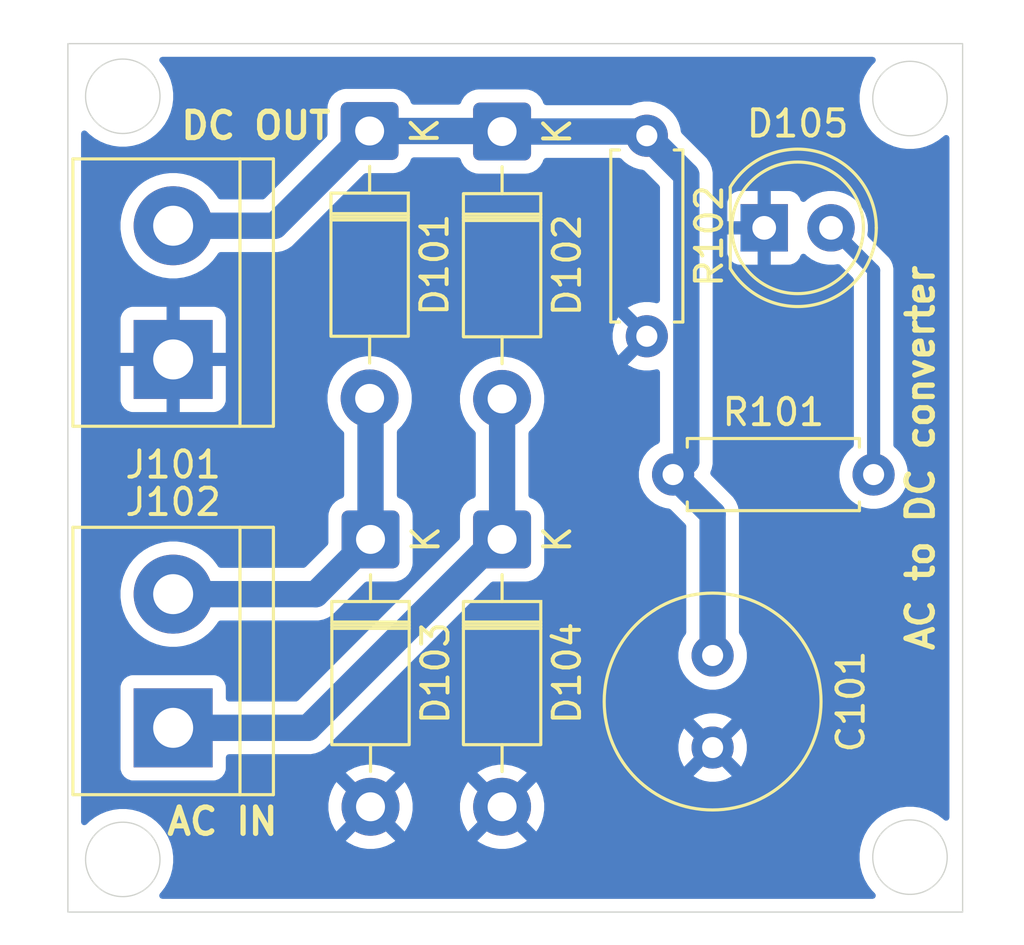
<source format=kicad_pcb>
(kicad_pcb (version 20241229) (generator "pcbnew") (generator_version "9.0")
  (layers (0 "F.Cu" signal) (2 "B.Cu" signal) (13 "F.Paste" user) (15 "B.Paste" user) (5 "F.SilkS" user "F.Silkscreen") (7 "B.SilkS" user "B.Silkscreen") (1 "F.Mask" user) (3 "B.Mask" user) (25 "Edge.Cuts" user))
  (net 0 "")
  (net 1 "GND")
  (net 2 "/+VE")
  (net 3 "Net-(D101-A)")
  (net 4 "Net-(D102-A)")
  (net 5 "Net-(D105-A)")
  (footprint "Capacitor_THT:C_Radial_D8.0mm_H11.5mm_P3.50mm" (layer "F.Cu") (at 149 103.75 -90)
    (property "Reference" "C101" (at 1.75 -5.25 90) (layer "F.SilkS"))
    (property "Value" "1000uF")
    (fp_circle (center 1.75 0) (end 5.87 0) (stroke (width 0.12)) (fill no) (layer "F.SilkS"))
    (pad "1" thru_hole circle (at 0 0 270) (size 1.6 1.6) (drill 0.8) (layers "*.Cu" "*.Mask") (net 2 "/+VE"))
    (pad "2" thru_hole circle (at 3.5 0 270) (size 1.6 1.6) (drill 0.8) (layers "*.Cu" "*.Mask") (net 1 "GND"))
  )
  (footprint "Diode_THT:D_DO-41_SOD81_P10.16mm_Horizontal" (layer "F.Cu") (at 136 99.34 -90)
    (property "Reference" "D103" (at 5.08 -2.47 90) (layer "F.SilkS"))
    (property "Value" "1N4007")
    (fp_line (start 1.34 0) (end 2.36 0) (stroke (width 0.12)) (layer "F.SilkS"))
    (fp_line (start 8.82 0) (end 7.8 0) (stroke (width 0.12)) (layer "F.SilkS"))
    (fp_line (start 3.14 -1.47) (end 3.14 1.47) (stroke (width 0.12)) (layer "F.SilkS"))
    (fp_line (start 3.26 -1.47) (end 3.26 1.47) (stroke (width 0.12)) (layer "F.SilkS"))
    (fp_line (start 3.38 -1.47) (end 3.38 1.47) (stroke (width 0.12)) (layer "F.SilkS"))
    (fp_rect (start 2.36 -1.47) (end 7.8 1.47) (stroke (width 0.12)) (fill no) (layer "F.SilkS"))
    (fp_text user "K" (at 0 -2.1 90) (layer "F.SilkS"))
    (pad "1" thru_hole roundrect (at 0 0 270) (size 2.2 2.2) (drill 1.1) (layers "*.Cu" "*.Mask") (roundrect_rratio 0.113636) (net 3 "Net-(D101-A)"))
    (pad "2" thru_hole circle (at 10.16 0 270) (size 2.2 2.2) (drill 1.1) (layers "*.Cu" "*.Mask") (net 1 "GND"))
  )
  (footprint "TerminalBlock:TerminalBlock_bornier-2_P5.08mm" (layer "F.Cu") (at 128.5 106.5 90)
    (property "Reference" "J102" (at 8.58 0 180) (layer "F.SilkS"))
    (property "Value" "Screw_Terminal_01x02")
    (fp_line (start 7.62 -3.81) (end -2.54 -3.81) (stroke (width 0.12)) (layer "F.SilkS"))
    (fp_line (start -2.54 -3.81) (end -2.54 3.81) (stroke (width 0.12)) (layer "F.SilkS"))
    (fp_line (start 7.62 2.54) (end -2.54 2.54) (stroke (width 0.12)) (layer "F.SilkS"))
    (fp_line (start 7.62 3.81) (end 7.62 -3.81) (stroke (width 0.12)) (layer "F.SilkS"))
    (fp_line (start -2.54 3.81) (end 7.62 3.81) (stroke (width 0.12)) (layer "F.SilkS"))
    (pad "1" thru_hole rect (at 0 0 90) (size 3 3) (drill 1.52) (layers "*.Cu" "*.Mask") (net 4 "Net-(D102-A)"))
    (pad "2" thru_hole circle (at 5.08 0 90) (size 3 3) (drill 1.52) (layers "*.Cu" "*.Mask") (net 3 "Net-(D101-A)"))
  )
  (footprint "TerminalBlock:TerminalBlock_bornier-2_P5.08mm" (layer "F.Cu") (at 128.5 92.5 90)
    (property "Reference" "J101" (at -4 0 180) (layer "F.SilkS"))
    (property "Value" "Screw_Terminal_01x02")
    (fp_line (start 7.62 -3.81) (end -2.54 -3.81) (stroke (width 0.12)) (layer "F.SilkS"))
    (fp_line (start -2.54 -3.81) (end -2.54 3.81) (stroke (width 0.12)) (layer "F.SilkS"))
    (fp_line (start 7.62 2.54) (end -2.54 2.54) (stroke (width 0.12)) (layer "F.SilkS"))
    (fp_line (start 7.62 3.81) (end 7.62 -3.81) (stroke (width 0.12)) (layer "F.SilkS"))
    (fp_line (start -2.54 3.81) (end 7.62 3.81) (stroke (width 0.12)) (layer "F.SilkS"))
    (pad "1" thru_hole rect (at 0 0 90) (size 3 3) (drill 1.52) (layers "*.Cu" "*.Mask") (net 1 "GND"))
    (pad "2" thru_hole circle (at 5.08 0 90) (size 3 3) (drill 1.52) (layers "*.Cu" "*.Mask") (net 2 "/+VE"))
  )
  (footprint "Diode_THT:D_DO-41_SOD81_P10.16mm_Horizontal" (layer "F.Cu") (at 135.9662 83.82 -90)
    (property "Reference" "D101" (at 5.08 -2.47 90) (layer "F.SilkS"))
    (property "Value" "1N4007")
    (fp_line (start 1.34 0) (end 2.36 0) (stroke (width 0.12)) (layer "F.SilkS"))
    (fp_line (start 8.82 0) (end 7.8 0) (stroke (width 0.12)) (layer "F.SilkS"))
    (fp_line (start 3.14 -1.47) (end 3.14 1.47) (stroke (width 0.12)) (layer "F.SilkS"))
    (fp_line (start 3.26 -1.47) (end 3.26 1.47) (stroke (width 0.12)) (layer "F.SilkS"))
    (fp_line (start 3.38 -1.47) (end 3.38 1.47) (stroke (width 0.12)) (layer "F.SilkS"))
    (fp_rect (start 2.36 -1.47) (end 7.8 1.47) (stroke (width 0.12)) (fill no) (layer "F.SilkS"))
    (fp_text user "K" (at 0 -2.1 90) (layer "F.SilkS"))
    (pad "1" thru_hole roundrect (at 0 0 270) (size 2.2 2.2) (drill 1.1) (layers "*.Cu" "*.Mask") (roundrect_rratio 0.113636) (net 2 "/+VE"))
    (pad "2" thru_hole circle (at 10.16 0 270) (size 2.2 2.2) (drill 1.1) (layers "*.Cu" "*.Mask") (net 3 "Net-(D101-A)"))
  )
  (footprint "LED_THT:LED_D5.0mm" (layer "F.Cu") (at 150.96 87.5)
    (property "Reference" "D105" (at 1.27 -3.96 0) (layer "F.SilkS"))
    (property "Value" "LED")
    (fp_line (start -1.29 -1.545) (end -1.29 1.545) (stroke (width 0.12)) (layer "F.SilkS"))
    (fp_arc (start -1.29 -1.54483) (mid 2.071779 -2.880495) (end 4.26 0) (stroke (width 0.12)) (layer "F.SilkS"))
    (fp_arc (start 4.26 0) (mid 2.071779 2.880495) (end -1.29 1.54483) (stroke (width 0.12)) (layer "F.SilkS"))
    (fp_circle (center 1.27 0) (end 3.77 0) (stroke (width 0.12)) (fill no) (layer "F.SilkS"))
    (pad "1" thru_hole rect (at 0 0) (size 1.8 1.8) (drill 0.9) (layers "*.Cu" "*.Mask") (net 1 "GND"))
    (pad "2" thru_hole circle (at 2.54 0) (size 1.8 1.8) (drill 0.9) (layers "*.Cu" "*.Mask") (net 5 "Net-(D105-A)"))
  )
  (footprint "Diode_THT:D_DO-41_SOD81_P10.16mm_Horizontal" (layer "F.Cu") (at 141 99.34 -90)
    (property "Reference" "D104" (at 5.08 -2.47 90) (layer "F.SilkS"))
    (property "Value" "1N4007")
    (fp_line (start 1.34 0) (end 2.36 0) (stroke (width 0.12)) (layer "F.SilkS"))
    (fp_line (start 8.82 0) (end 7.8 0) (stroke (width 0.12)) (layer "F.SilkS"))
    (fp_line (start 3.14 -1.47) (end 3.14 1.47) (stroke (width 0.12)) (layer "F.SilkS"))
    (fp_line (start 3.26 -1.47) (end 3.26 1.47) (stroke (width 0.12)) (layer "F.SilkS"))
    (fp_line (start 3.38 -1.47) (end 3.38 1.47) (stroke (width 0.12)) (layer "F.SilkS"))
    (fp_rect (start 2.36 -1.47) (end 7.8 1.47) (stroke (width 0.12)) (fill no) (layer "F.SilkS"))
    (fp_text user "K" (at 0 -2.1 90) (layer "F.SilkS"))
    (pad "1" thru_hole roundrect (at 0 0 270) (size 2.2 2.2) (drill 1.1) (layers "*.Cu" "*.Mask") (roundrect_rratio 0.113636) (net 4 "Net-(D102-A)"))
    (pad "2" thru_hole circle (at 10.16 0 270) (size 2.2 2.2) (drill 1.1) (layers "*.Cu" "*.Mask") (net 1 "GND"))
  )
  (footprint "Resistor_THT:R_Axial_DIN0207_L6.3mm_D2.5mm_P7.62mm_Horizontal" (layer "F.Cu") (at 147.4978 96.8756)
    (property "Reference" "R101" (at 3.81 -2.37 0) (layer "F.SilkS"))
    (property "Value" "2.2K")
    (fp_line (start 0.54 -1.37) (end 7.08 -1.37) (stroke (width 0.12)) (layer "F.SilkS"))
    (fp_line (start 0.54 -1.04) (end 0.54 -1.37) (stroke (width 0.12)) (layer "F.SilkS"))
    (fp_line (start 0.54 1.04) (end 0.54 1.37) (stroke (width 0.12)) (layer "F.SilkS"))
    (fp_line (start 0.54 1.37) (end 7.08 1.37) (stroke (width 0.12)) (layer "F.SilkS"))
    (fp_line (start 7.08 -1.37) (end 7.08 -1.04) (stroke (width 0.12)) (layer "F.SilkS"))
    (fp_line (start 7.08 1.37) (end 7.08 1.04) (stroke (width 0.12)) (layer "F.SilkS"))
    (pad "1" thru_hole circle (at 0 0) (size 1.6 1.6) (drill 0.8) (layers "*.Cu" "*.Mask") (net 2 "/+VE"))
    (pad "2" thru_hole circle (at 7.62 0) (size 1.6 1.6) (drill 0.8) (layers "*.Cu" "*.Mask") (net 5 "Net-(D105-A)"))
  )
  (footprint "Resistor_THT:R_Axial_DIN0207_L6.3mm_D2.5mm_P7.62mm_Horizontal" (layer "F.Cu") (at 146.5 84 -90)
    (property "Reference" "R102" (at 3.81 -2.37 90) (layer "F.SilkS"))
    (property "Value" "10K")
    (fp_line (start 0.54 1.37) (end 7.08 1.37) (stroke (width 0.12)) (layer "F.SilkS"))
    (fp_line (start 7.08 1.37) (end 7.08 1.04) (stroke (width 0.12)) (layer "F.SilkS"))
    (fp_line (start 0.54 1.04) (end 0.54 1.37) (stroke (width 0.12)) (layer "F.SilkS"))
    (fp_line (start 0.54 -1.04) (end 0.54 -1.37) (stroke (width 0.12)) (layer "F.SilkS"))
    (fp_line (start 0.54 -1.37) (end 7.08 -1.37) (stroke (width 0.12)) (layer "F.SilkS"))
    (fp_line (start 7.08 -1.37) (end 7.08 -1.04) (stroke (width 0.12)) (layer "F.SilkS"))
    (pad "1" thru_hole circle (at 0 0 270) (size 1.6 1.6) (drill 0.8) (layers "*.Cu" "*.Mask") (net 2 "/+VE"))
    (pad "2" thru_hole circle (at 7.62 0 270) (size 1.6 1.6) (drill 0.8) (layers "*.Cu" "*.Mask") (net 1 "GND"))
  )
  (footprint "Diode_THT:D_DO-41_SOD81_P10.16mm_Horizontal" (layer "F.Cu") (at 141 83.84 -90)
    (property "Reference" "D102" (at 5.08 -2.47 90) (layer "F.SilkS"))
    (property "Value" "1N4007")
    (fp_line (start 1.34 0) (end 2.36 0) (stroke (width 0.12)) (layer "F.SilkS"))
    (fp_line (start 8.82 0) (end 7.8 0) (stroke (width 0.12)) (layer "F.SilkS"))
    (fp_line (start 3.14 -1.47) (end 3.14 1.47) (stroke (width 0.12)) (layer "F.SilkS"))
    (fp_line (start 3.26 -1.47) (end 3.26 1.47) (stroke (width 0.12)) (layer "F.SilkS"))
    (fp_line (start 3.38 -1.47) (end 3.38 1.47) (stroke (width 0.12)) (layer "F.SilkS"))
    (fp_rect (start 2.36 -1.47) (end 7.8 1.47) (stroke (width 0.12)) (fill no) (layer "F.SilkS"))
    (fp_text user "K" (at 0 -2.1 90) (layer "F.SilkS"))
    (pad "1" thru_hole roundrect (at 0 0 270) (size 2.2 2.2) (drill 1.1) (layers "*.Cu" "*.Mask") (roundrect_rratio 0.113636) (net 2 "/+VE"))
    (pad "2" thru_hole circle (at 10.16 0 270) (size 2.2 2.2) (drill 1.1) (layers "*.Cu" "*.Mask") (net 4 "Net-(D102-A)"))
  )
  (gr_circle (center 126.585786 82.5) (end 127.585786 83.5) (stroke (width 0.05)) (fill no) (layer "Edge.Cuts"))
  (gr_circle (center 126.585786 111.5) (end 127.585786 112.5) (stroke (width 0.05)) (fill no) (layer "Edge.Cuts"))
  (gr_rect (start 124.5 80.5) (end 158.5 113.5) (stroke (width 0.05)) (fill no) (layer "Edge.Cuts"))
  (gr_circle (center 156.5 111.414214) (end 157.5 112.414214) (stroke (width 0.05)) (fill no) (layer "Edge.Cuts"))
  (gr_circle (center 156.5 82.585786) (end 157.5 83.585786) (stroke (width 0.05)) (fill no) (layer "Edge.Cuts"))
  (gr_text "DC OUT" (at 128.7018 84.201 0) (layer "F.SilkS") (effects (font (size 1 1) (thickness 0.2) (bold yes)) (justify left bottom)))
  (gr_text "AC IN" (at 128.1684 110.6424 0) (layer "F.SilkS") (effects (font (size 1 1) (thickness 0.2) (bold yes)) (justify left bottom)))
  (gr_text "AC to DC converter" (at 157.48 103.6574 90) (layer "F.SilkS") (effects (font (size 1 1) (thickness 0.2) (bold yes)) (justify left bottom)))
  (segment (start 141 83.84) (end 146.34 83.84) (width 1) (layer "B.Cu") (net 2))
  (segment (start 140.98 83.82) (end 141 83.84) (width 1) (layer "B.Cu") (net 2))
  (segment (start 135.9662 83.82) (end 140.98 83.82) (width 1) (layer "B.Cu") (net 2))
  (segment (start 132.3662 87.42) (end 135.9662 83.82) (width 1) (layer "B.Cu") (net 2))
  (segment (start 149 98.3778) (end 147.4978 96.8756) (width 1) (layer "B.Cu") (net 2))
  (segment (start 149 103.75) (end 149 98.3778) (width 1) (layer "B.Cu") (net 2))
  (segment (start 146.5 84) (end 148.001 85.501) (width 1) (layer "B.Cu") (net 2))
  (segment (start 128.5 87.42) (end 132.3662 87.42) (width 1) (layer "B.Cu") (net 2))
  (segment (start 148.001 85.501) (end 148.001 96.3724) (width 1) (layer "B.Cu") (net 2))
  (segment (start 146.34 83.84) (end 146.5 84) (width 1) (layer "B.Cu") (net 2))
  (segment (start 148.001 96.3724) (end 147.4978 96.8756) (width 1) (layer "B.Cu") (net 2))
  (segment (start 136 99.34) (end 136 94.0138) (width 1) (layer "B.Cu") (net 3))
  (segment (start 133.92 101.42) (end 136 99.34) (width 1) (layer "B.Cu") (net 3))
  (segment (start 128.5 101.42) (end 133.92 101.42) (width 1) (layer "B.Cu") (net 3))
  (segment (start 136 94.0138) (end 135.9662 93.98) (width 1) (layer "B.Cu") (net 3))
  (segment (start 140.7916 99.34) (end 141 99.34) (width 1) (layer "B.Cu") (net 4))
  (segment (start 141 99.34) (end 141 94) (width 1) (layer "B.Cu") (net 4))
  (segment (start 128.5 106.5) (end 133.6316 106.5) (width 1) (layer "B.Cu") (net 4))
  (segment (start 133.6316 106.5) (end 140.7916 99.34) (width 1) (layer "B.Cu") (net 4))
  (segment (start 155.1178 89.1178) (end 153.5 87.5) (width 0.5) (layer "B.Cu") (net 5))
  (segment (start 155.1178 96.8756) (end 155.1178 89.1178) (width 0.5) (layer "B.Cu") (net 5))
  (zone (net 1) (net_name "GND") (layer "B.Cu") (connect_pads (clearance 0.5)) (min_thickness 0.25) (fill yes (thermal_gap 0.5) (thermal_bridge_width 0.5))
    (polygon (pts (xy 123.2408 79.2734) (xy 159.9946 78.8416) (xy 160.728906 78.8416) (xy 160.8328 114.3) (xy 157.6832 114.2746) (xy 121.92 114.7572) (xy 122.3772 79.0194) (xy 122.4026 78.9686) (xy 122.8852 79.3242)))
  )
)
</source>
